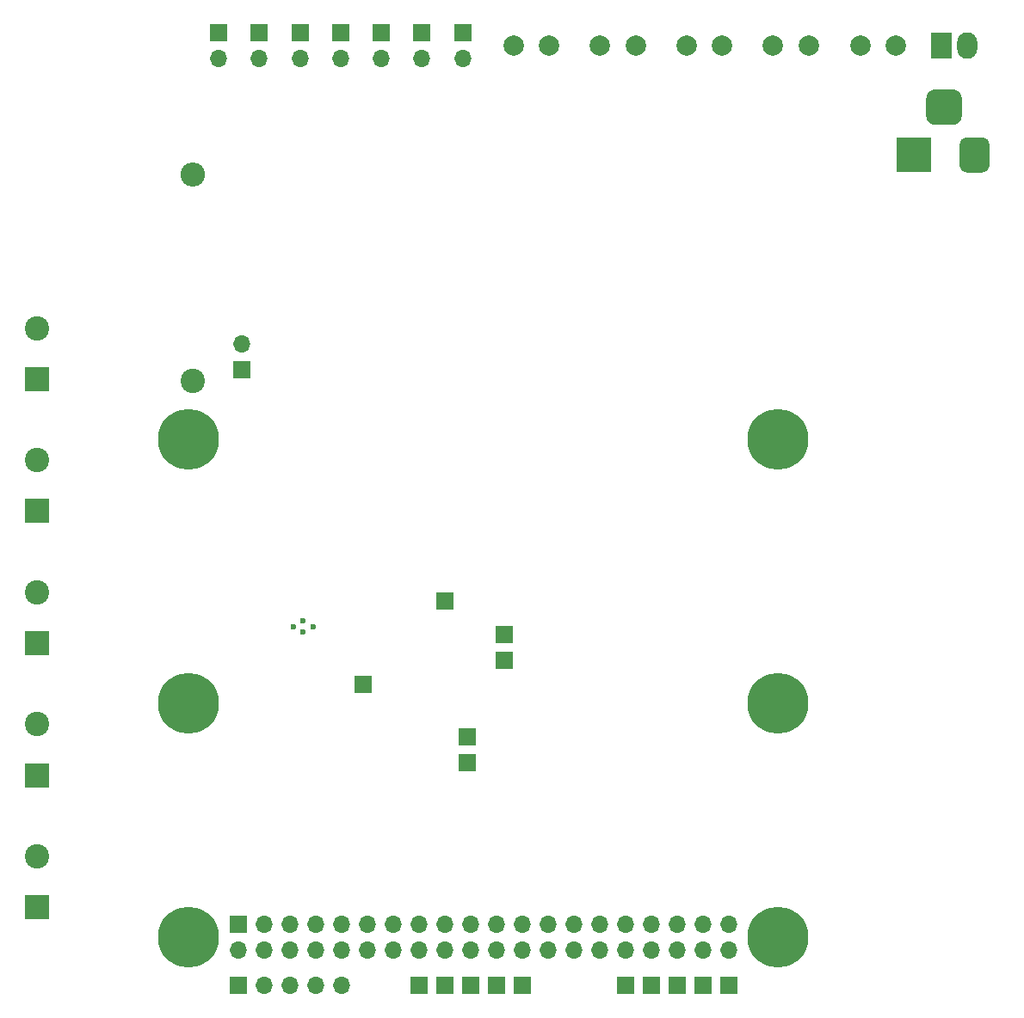
<source format=gbs>
G04 #@! TF.GenerationSoftware,KiCad,Pcbnew,(5.1.6-0-10_14)*
G04 #@! TF.CreationDate,2021-09-30T17:17:06+09:00*
G04 #@! TF.ProjectId,qPCR-main,71504352-2d6d-4616-996e-2e6b69636164,rev?*
G04 #@! TF.SameCoordinates,Original*
G04 #@! TF.FileFunction,Soldermask,Bot*
G04 #@! TF.FilePolarity,Negative*
%FSLAX46Y46*%
G04 Gerber Fmt 4.6, Leading zero omitted, Abs format (unit mm)*
G04 Created by KiCad (PCBNEW (5.1.6-0-10_14)) date 2021-09-30 17:17:06*
%MOMM*%
%LPD*%
G01*
G04 APERTURE LIST*
%ADD10C,0.600000*%
%ADD11C,6.000000*%
%ADD12O,1.700000X1.700000*%
%ADD13R,1.700000X1.700000*%
%ADD14C,2.000000*%
%ADD15R,3.500000X3.500000*%
%ADD16O,2.000000X2.600000*%
%ADD17R,2.000000X2.600000*%
%ADD18R,2.400000X2.400000*%
%ADD19C,2.400000*%
%ADD20O,2.400000X2.400000*%
G04 APERTURE END LIST*
D10*
X110789999Y-112730000D03*
X111790000Y-112130000D03*
X112790001Y-112730000D03*
X111790000Y-113229999D03*
D11*
X158500000Y-143270000D03*
X100500000Y-94270000D03*
X158500000Y-94270000D03*
X100500000Y-143270000D03*
D12*
X153630000Y-144540000D03*
X153630000Y-142000000D03*
X135850000Y-144540000D03*
X135850000Y-142000000D03*
X130770000Y-144540000D03*
X130770000Y-142000000D03*
X140930000Y-144540000D03*
X140930000Y-142000000D03*
X112990000Y-144540000D03*
X112990000Y-142000000D03*
X143470000Y-144540000D03*
X143470000Y-142000000D03*
X125690000Y-144540000D03*
X125690000Y-142000000D03*
X148550000Y-144540000D03*
X148550000Y-142000000D03*
X146010000Y-144540000D03*
X146010000Y-142000000D03*
X151090000Y-144540000D03*
X151090000Y-142000000D03*
X128230000Y-144540000D03*
X128230000Y-142000000D03*
X115530000Y-144540000D03*
X115530000Y-142000000D03*
X120610000Y-144540000D03*
X120610000Y-142000000D03*
X138390000Y-144540000D03*
X138390000Y-142000000D03*
X118070000Y-144540000D03*
X118070000Y-142000000D03*
X133310000Y-144540000D03*
X133310000Y-142000000D03*
D13*
X105370000Y-142000000D03*
D12*
X105370000Y-144540000D03*
X110450000Y-142000000D03*
X107910000Y-144540000D03*
X123150000Y-144540000D03*
X123150000Y-142000000D03*
X107910000Y-142000000D03*
X110450000Y-144540000D03*
D11*
X100500000Y-120270000D03*
X158500000Y-120270000D03*
D13*
X117670000Y-118400000D03*
X105700000Y-87440000D03*
D12*
X105700000Y-84900000D03*
D14*
X166590000Y-55500000D03*
X170090000Y-55500000D03*
X144500000Y-55500000D03*
X141000000Y-55500000D03*
X136000000Y-55500000D03*
X132500000Y-55500000D03*
X158000000Y-55500000D03*
X161500000Y-55500000D03*
X153000000Y-55500000D03*
X149500000Y-55500000D03*
G36*
G01*
X176579000Y-60675000D02*
X176579000Y-62425000D01*
G75*
G02*
X175704000Y-63300000I-875000J0D01*
G01*
X173954000Y-63300000D01*
G75*
G02*
X173079000Y-62425000I0J875000D01*
G01*
X173079000Y-60675000D01*
G75*
G02*
X173954000Y-59800000I875000J0D01*
G01*
X175704000Y-59800000D01*
G75*
G02*
X176579000Y-60675000I0J-875000D01*
G01*
G37*
G36*
G01*
X179329000Y-65250000D02*
X179329000Y-67250000D01*
G75*
G02*
X178579000Y-68000000I-750000J0D01*
G01*
X177079000Y-68000000D01*
G75*
G02*
X176329000Y-67250000I0J750000D01*
G01*
X176329000Y-65250000D01*
G75*
G02*
X177079000Y-64500000I750000J0D01*
G01*
X178579000Y-64500000D01*
G75*
G02*
X179329000Y-65250000I0J-750000D01*
G01*
G37*
D15*
X171829000Y-66250000D03*
D13*
X123150000Y-148000000D03*
X125690000Y-148000000D03*
X128230000Y-148000000D03*
X130770000Y-148000000D03*
X133310000Y-148000000D03*
X146010000Y-148000000D03*
X143470000Y-148000000D03*
X148550000Y-148000000D03*
D16*
X177130000Y-55500000D03*
D17*
X174590000Y-55500000D03*
D12*
X103465500Y-56770000D03*
D13*
X103465500Y-54230000D03*
X119465500Y-54230000D03*
D12*
X119465500Y-56770000D03*
D13*
X115465500Y-54230000D03*
D12*
X115465500Y-56770000D03*
X111465500Y-56770000D03*
D13*
X111465500Y-54230000D03*
D12*
X107465500Y-56770000D03*
D13*
X107465500Y-54230000D03*
X127465500Y-54230000D03*
D12*
X127465500Y-56770000D03*
D13*
X123465500Y-54230000D03*
D12*
X123465500Y-56770000D03*
D13*
X105370000Y-148000000D03*
D12*
X107910000Y-148000000D03*
X110450000Y-148000000D03*
X112990000Y-148000000D03*
X115530000Y-148000000D03*
D13*
X131560000Y-113504000D03*
X131560000Y-116044000D03*
X125760000Y-110210000D03*
D18*
X85546000Y-88320000D03*
D19*
X85546000Y-83320000D03*
X85546000Y-96320000D03*
D18*
X85546000Y-101320000D03*
X85546000Y-114320000D03*
D19*
X85546000Y-109320000D03*
D18*
X85546000Y-127320000D03*
D19*
X85546000Y-122320000D03*
X85546000Y-135320000D03*
D18*
X85546000Y-140320000D03*
D13*
X151090000Y-148000000D03*
X153630000Y-148000000D03*
D19*
X100950000Y-88510000D03*
D20*
X100950000Y-68190000D03*
D13*
X127930000Y-126126000D03*
X127930000Y-123586000D03*
M02*

</source>
